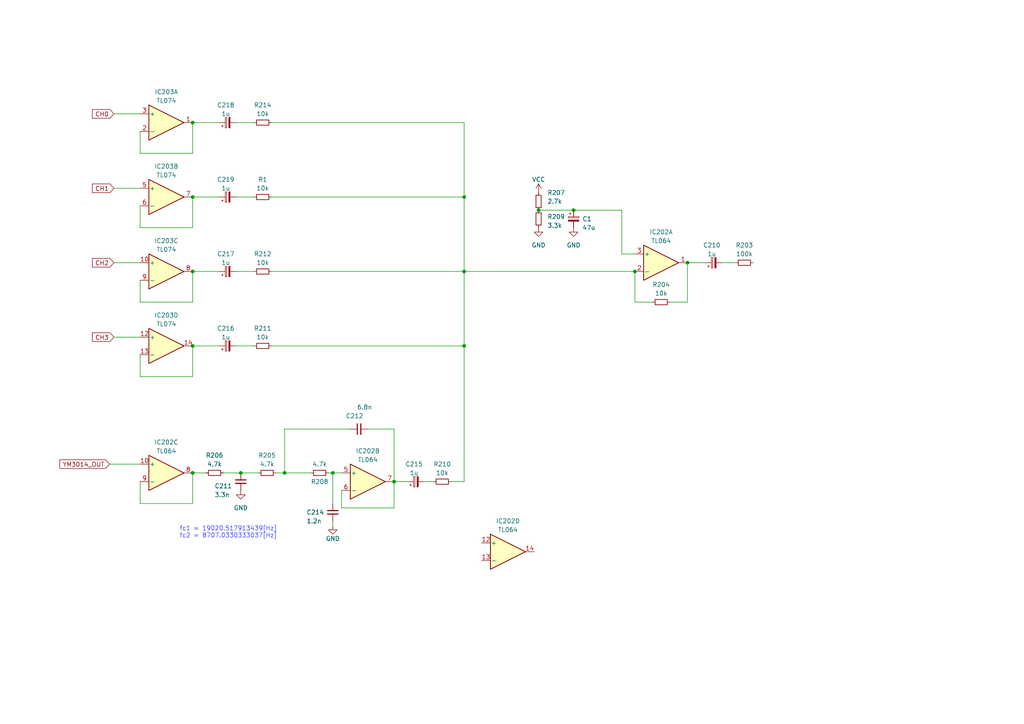
<source format=kicad_sch>
(kicad_sch (version 20230121) (generator eeschema)
  (paper "A4")
  (lib_symbols
    (symbol "Amplifier_Operational:TL064" (pin_names (offset 0.127))
      (property "Reference" "U" (at 0 5.08 0))
      (property "Value" "TL064" (at 0 -5.08 0))
      (symbol "TL064_1_1"
        (polyline (pts (xy -5.08 5.08) (xy 5.08 0) (xy -5.08 -5.08) (xy -5.08 5.08)) (stroke (width 0.254)) (fill (type background)))
        (pin output line (at 7.62 0 180) (length 2.54) (name "~") (number "1"))
        (pin input line (at -7.62 -2.54 0) (length 2.54) (name "-") (number "2"))
        (pin input line (at -7.62 2.54 0) (length 2.54) (name "+") (number "3"))
      )
      (symbol "TL064_2_1"
        (polyline (pts (xy -5.08 5.08) (xy 5.08 0) (xy -5.08 -5.08) (xy -5.08 5.08)) (stroke (width 0.254)) (fill (type background)))
        (pin input line (at -7.62 2.54 0) (length 2.54) (name "+") (number "5"))
        (pin input line (at -7.62 -2.54 0) (length 2.54) (name "-") (number "6"))
        (pin output line (at 7.62 0 180) (length 2.54) (name "~") (number "7"))
      )
      (symbol "TL064_3_1"
        (polyline (pts (xy -5.08 5.08) (xy 5.08 0) (xy -5.08 -5.08) (xy -5.08 5.08)) (stroke (width 0.254)) (fill (type background)))
        (pin input line (at -7.62 2.54 0) (length 2.54) (name "+") (number "10"))
        (pin output line (at 7.62 0 180) (length 2.54) (name "~") (number "8"))
        (pin input line (at -7.62 -2.54 0) (length 2.54) (name "-") (number "9"))
      )
      (symbol "TL064_4_1"
        (polyline (pts (xy -5.08 5.08) (xy 5.08 0) (xy -5.08 -5.08) (xy -5.08 5.08)) (stroke (width 0.254)) (fill (type background)))
        (pin input line (at -7.62 2.54 0) (length 2.54) (name "+") (number "12"))
        (pin input line (at -7.62 -2.54 0) (length 2.54) (name "-") (number "13"))
        (pin output line (at 7.62 0 180) (length 2.54) (name "~") (number "14"))
      )
      (symbol "TL064_5_1"
        (pin power_in line (at -2.54 -7.62 90) (length 3.81) (name "V-") (number "11"))
        (pin power_in line (at -2.54 7.62 270) (length 3.81) (name "V+") (number "4"))
      )
    )
    (symbol "Amplifier_Operational:TL074" (pin_names (offset 0.127))
      (property "Reference" "U" (at 0 5.08 0))
      (property "Value" "TL074" (at 0 -5.08 0))
      (symbol "TL074_1_1"
        (polyline (pts (xy -5.08 5.08) (xy 5.08 0) (xy -5.08 -5.08) (xy -5.08 5.08)) (stroke (width 0.254)) (fill (type background)))
        (pin output line (at 7.62 0 180) (length 2.54) (name "~") (number "1"))
        (pin input line (at -7.62 -2.54 0) (length 2.54) (name "-") (number "2"))
        (pin input line (at -7.62 2.54 0) (length 2.54) (name "+") (number "3"))
      )
      (symbol "TL074_2_1"
        (polyline (pts (xy -5.08 5.08) (xy 5.08 0) (xy -5.08 -5.08) (xy -5.08 5.08)) (stroke (width 0.254)) (fill (type background)))
        (pin input line (at -7.62 2.54 0) (length 2.54) (name "+") (number "5"))
        (pin input line (at -7.62 -2.54 0) (length 2.54) (name "-") (number "6"))
        (pin output line (at 7.62 0 180) (length 2.54) (name "~") (number "7"))
      )
      (symbol "TL074_3_1"
        (polyline (pts (xy -5.08 5.08) (xy 5.08 0) (xy -5.08 -5.08) (xy -5.08 5.08)) (stroke (width 0.254)) (fill (type background)))
        (pin input line (at -7.62 2.54 0) (length 2.54) (name "+") (number "10"))
        (pin output line (at 7.62 0 180) (length 2.54) (name "~") (number "8"))
        (pin input line (at -7.62 -2.54 0) (length 2.54) (name "-") (number "9"))
      )
      (symbol "TL074_4_1"
        (polyline (pts (xy -5.08 5.08) (xy 5.08 0) (xy -5.08 -5.08) (xy -5.08 5.08)) (stroke (width 0.254)) (fill (type background)))
        (pin input line (at -7.62 2.54 0) (length 2.54) (name "+") (number "12"))
        (pin input line (at -7.62 -2.54 0) (length 2.54) (name "-") (number "13"))
        (pin output line (at 7.62 0 180) (length 2.54) (name "~") (number "14"))
      )
      (symbol "TL074_5_1"
        (pin power_in line (at -2.54 -7.62 90) (length 3.81) (name "V-") (number "11"))
        (pin power_in line (at -2.54 7.62 270) (length 3.81) (name "V+") (number "4"))
      )
    )
    (symbol "Device:C_Polarized_Small" (pin_numbers hide) (pin_names (offset 0.254) hide)
      (property "Reference" "C" (at 0.254 1.778 0))
      (property "Value" "C_Polarized_Small" (at 0.254 -2.032 0))
      (symbol "C_Polarized_Small_0_1"
        (rectangle (start -1.524 -0.3048) (end 1.524 -0.6858) (fill (type outline)))
        (rectangle (start -1.524 0.6858) (end 1.524 0.3048))
        (polyline (pts (xy -1.27 1.524) (xy -0.762 1.524)))
        (polyline (pts (xy -1.016 1.27) (xy -1.016 1.778)))
      )
      (symbol "C_Polarized_Small_1_1"
        (pin passive line (at 0 2.54 270) (length 1.8542) (name "~") (number "1"))
        (pin passive line (at 0 -2.54 90) (length 1.8542) (name "~") (number "2"))
      )
    )
    (symbol "Device:C_Small" (pin_numbers hide) (pin_names (offset 0.254) hide)
      (property "Reference" "C" (at 0.254 1.778 0))
      (property "Value" "C_Small" (at 0.254 -2.032 0))
      (symbol "C_Small_0_1"
        (polyline (pts (xy -1.524 -0.508) (xy 1.524 -0.508)) (stroke (width 0.3302)))
        (polyline (pts (xy -1.524 0.508) (xy 1.524 0.508)) (stroke (width 0.3048)))
      )
      (symbol "C_Small_1_1"
        (pin passive line (at 0 2.54 270) (length 2.032) (name "~") (number "1"))
        (pin passive line (at 0 -2.54 90) (length 2.032) (name "~") (number "2"))
      )
    )
    (symbol "Device:R_Small" (pin_numbers hide) (pin_names (offset 0.254) hide)
      (property "Reference" "R" (at 0.762 0.508 0))
      (property "Value" "R_Small" (at 0.762 -1.016 0))
      (symbol "R_Small_0_1"
        (rectangle (start -0.762 1.778) (end 0.762 -1.778) (stroke (width 0.2032)))
      )
      (symbol "R_Small_1_1"
        (pin passive line (at 0 2.54 270) (length 0.762) (name "~") (number "1"))
        (pin passive line (at 0 -2.54 90) (length 0.762) (name "~") (number "2"))
      )
    )
    (symbol "power:GND" (power) (pin_names (offset 0))
      (property "Value" "GND" (at 0 -3.81 0))
      (symbol "GND_0_1"
        (polyline (pts (xy 0 0) (xy 0 -1.27) (xy 1.27 -1.27) (xy 0 -2.54) (xy -1.27 -1.27) (xy 0 -1.27)))
      )
      (symbol "GND_1_1"
        (pin power_in line (at 0 0 270) (length 0) hide (name "GND") (number "1"))
      )
    )
    (symbol "power:VCC" (power) (pin_names (offset 0))
      (property "Value" "VCC" (at 0 3.81 0))
      (symbol "VCC_0_1"
        (polyline (pts (xy -0.762 1.27) (xy 0 2.54)))
        (polyline (pts (xy 0 0) (xy 0 2.54)))
        (polyline (pts (xy 0 2.54) (xy 0.762 1.27)))
      )
      (symbol "VCC_1_1"
        (pin power_in line (at 0 0 90) (length 0) hide (name "VCC") (number "1"))
      )
    )
  )
  (junction (at 69.85 137.16))
  (junction (at 55.88 100.33))
  (junction (at 199.39 76.2))
  (junction (at 134.62 78.74))
  (junction (at 96.52 137.16))
  (junction (at 166.37 60.96))
  (junction (at 184.15 78.74))
  (junction (at 55.88 137.16))
  (junction (at 114.3 139.7))
  (junction (at 82.55 137.16))
  (junction (at 55.88 35.56))
  (junction (at 55.88 78.74))
  (junction (at 55.88 57.15))
  (junction (at 134.62 57.15))
  (junction (at 156.21 60.96))
  (junction (at 134.62 100.33))
  (wire (pts (xy 55.88 137.16) (xy 59.69 137.16)))
  (wire (pts (xy 78.74 57.15) (xy 134.62 57.15)))
  (wire (pts (xy 68.58 35.56) (xy 73.66 35.56)))
  (wire (pts (xy 40.64 102.87) (xy 40.64 109.22)))
  (wire (pts (xy 134.62 139.7) (xy 134.62 100.33)))
  (wire (pts (xy 184.15 87.63) (xy 189.23 87.63)))
  (wire (pts (xy 199.39 76.2) (xy 199.39 87.63)))
  (wire (pts (xy 55.88 78.74) (xy 63.5 78.74)))
  (wire (pts (xy 134.62 57.15) (xy 134.62 35.56)))
  (wire (pts (xy 166.37 60.96) (xy 180.34 60.96)))
  (wire (pts (xy 40.64 59.69) (xy 40.64 66.04)))
  (wire (pts (xy 68.58 100.33) (xy 73.66 100.33)))
  (wire (pts (xy 40.64 38.1) (xy 40.64 44.45)))
  (wire (pts (xy 134.62 78.74) (xy 184.15 78.74)))
  (wire (pts (xy 114.3 139.7) (xy 114.3 147.32)))
  (wire (pts (xy 82.55 124.46) (xy 101.6 124.46)))
  (wire (pts (xy 134.62 78.74) (xy 134.62 57.15)))
  (wire (pts (xy 99.06 147.32) (xy 114.3 147.32)))
  (wire (pts (xy 106.68 124.46) (xy 114.3 124.46)))
  (wire (pts (xy 134.62 35.56) (xy 78.74 35.56)))
  (wire (pts (xy 90.17 137.16) (xy 82.55 137.16)))
  (wire (pts (xy 33.02 33.02) (xy 40.64 33.02)))
  (wire (pts (xy 78.74 100.33) (xy 134.62 100.33)))
  (wire (pts (xy 40.64 81.28) (xy 40.64 87.63)))
  (wire (pts (xy 64.77 137.16) (xy 69.85 137.16)))
  (wire (pts (xy 40.64 66.04) (xy 55.88 66.04)))
  (wire (pts (xy 80.01 137.16) (xy 82.55 137.16)))
  (wire (pts (xy 180.34 73.66) (xy 184.15 73.66)))
  (wire (pts (xy 40.64 87.63) (xy 55.88 87.63)))
  (wire (pts (xy 33.02 97.79) (xy 40.64 97.79)))
  (wire (pts (xy 40.64 139.7) (xy 40.64 146.05)))
  (wire (pts (xy 156.21 60.96) (xy 166.37 60.96)))
  (wire (pts (xy 123.19 139.7) (xy 125.73 139.7)))
  (wire (pts (xy 180.34 60.96) (xy 180.34 73.66)))
  (wire (pts (xy 99.06 142.24) (xy 99.06 147.32)))
  (wire (pts (xy 68.58 78.74) (xy 73.66 78.74)))
  (wire (pts (xy 40.64 44.45) (xy 55.88 44.45)))
  (wire (pts (xy 96.52 137.16) (xy 96.52 146.05)))
  (wire (pts (xy 199.39 76.2) (xy 204.47 76.2)))
  (wire (pts (xy 55.88 100.33) (xy 55.88 109.22)))
  (wire (pts (xy 96.52 152.4) (xy 96.52 151.13)))
  (wire (pts (xy 82.55 137.16) (xy 82.55 124.46)))
  (wire (pts (xy 194.31 87.63) (xy 199.39 87.63)))
  (wire (pts (xy 55.88 35.56) (xy 63.5 35.56)))
  (wire (pts (xy 55.88 137.16) (xy 55.88 146.05)))
  (wire (pts (xy 33.02 76.2) (xy 40.64 76.2)))
  (wire (pts (xy 184.15 78.74) (xy 184.15 87.63)))
  (wire (pts (xy 40.64 146.05) (xy 55.88 146.05)))
  (wire (pts (xy 31.75 134.62) (xy 40.64 134.62)))
  (wire (pts (xy 114.3 139.7) (xy 118.11 139.7)))
  (wire (pts (xy 69.85 137.16) (xy 74.93 137.16)))
  (wire (pts (xy 55.88 44.45) (xy 55.88 35.56)))
  (wire (pts (xy 33.02 54.61) (xy 40.64 54.61)))
  (wire (pts (xy 55.88 57.15) (xy 55.88 66.04)))
  (wire (pts (xy 55.88 100.33) (xy 63.5 100.33)))
  (wire (pts (xy 209.55 76.2) (xy 213.36 76.2)))
  (wire (pts (xy 95.25 137.16) (xy 96.52 137.16)))
  (wire (pts (xy 134.62 100.33) (xy 134.62 78.74)))
  (wire (pts (xy 130.81 139.7) (xy 134.62 139.7)))
  (wire (pts (xy 114.3 124.46) (xy 114.3 139.7)))
  (wire (pts (xy 40.64 109.22) (xy 55.88 109.22)))
  (wire (pts (xy 68.58 57.15) (xy 73.66 57.15)))
  (wire (pts (xy 55.88 57.15) (xy 63.5 57.15)))
  (wire (pts (xy 96.52 137.16) (xy 99.06 137.16)))
  (wire (pts (xy 55.88 78.74) (xy 55.88 87.63)))
  (wire (pts (xy 78.74 78.74) (xy 134.62 78.74)))
  (text "fc1 = 19020.517913439[Hz]\nfc2 = 8707.0330333037[Hz]" (at 52.07 156.21 0) (effects (font (size 1.27 1.27)) (justify left bottom)))
  (global_label "CH2" (shape input) (at 33.02 76.2 180) (property "Intersheetrefs" "${INTERSHEET_REFS}" (effects hide)))
  (global_label "YM3014_OUT" (shape input) (at 31.75 134.62 180) (property "Intersheetrefs" "${INTERSHEET_REFS}" (effects hide)))
  (global_label "CH1" (shape input) (at 33.02 54.61 180) (property "Intersheetrefs" "${INTERSHEET_REFS}" (effects hide)))
  (global_label "CH3" (shape input) (at 33.02 97.79 180) (property "Intersheetrefs" "${INTERSHEET_REFS}" (effects hide)))
  (global_label "CH0" (shape input) (at 33.02 33.02 180) (property "Intersheetrefs" "${INTERSHEET_REFS}" (effects hide)))
  (symbol (lib_id "Device:R_Small") (at 92.71 137.16 90) (mirror x) (unit 1)
    (property "Reference" "R208" (at 92.71 139.7 90))
    (property "Value" "4.7k" (at 92.71 134.62 90))
  )
  (symbol (lib_id "Device:R_Small") (at 62.23 137.16 90) (unit 1)
    (property "Reference" "R206" (at 62.23 132.08 90))
    (property "Value" "4.7k" (at 62.23 134.62 90))
  )
  (symbol (lib_id "Device:C_Small") (at 104.14 124.46 90) (mirror x) (unit 1)
    (property "Reference" "C212" (at 105.41 120.65 90) (effects (justify left)))
    (property "Value" "6.8n" (at 107.95 118.11 90) (effects (justify left)))
  )
  (symbol (lib_id "Amplifier_Operational:TL064") (at 191.77 76.2 0) (unit 1)
    (property "Reference" "IC202" (at 191.77 67.31 0))
    (property "Value" "TL064" (at 191.77 69.85 0))
    (property "Datasheet" "http://www.ti.com/lit/ds/symlink/tl061.pdf" (effects hide))
  )
  (symbol (lib_id "Amplifier_Operational:TL074") (at 48.26 100.33 0) (unit 4)
    (property "Reference" "IC203" (at 48.26 91.44 0))
    (property "Value" "TL074" (at 48.26 93.98 0))
    (property "Datasheet" "http://www.ti.com/lit/ds/symlink/tl071.pdf" (effects hide))
  )
  (symbol (lib_id "Device:C_Polarized_Small") (at 66.04 35.56 90) (unit 1)
    (property "Reference" "C218" (at 65.4939 30.48 90))
    (property "Value" "1u" (at 65.4939 33.02 90))
  )
  (symbol (lib_id "Device:R_Small") (at 76.2 57.15 90) (unit 1)
    (property "Reference" "R1" (at 76.2 52.07 90))
    (property "Value" "10k" (at 76.2 54.61 90))
  )
  (symbol (lib_id "Device:C_Polarized_Small") (at 166.37 63.5 0) (unit 1)
    (property "Reference" "C1" (at 168.91 63.5 0) (effects (justify left)))
    (property "Value" "47u" (at 168.91 66.04 0) (effects (justify left)))
  )
  (symbol (lib_id "Device:R_Small") (at 76.2 35.56 90) (unit 1)
    (property "Reference" "R214" (at 76.2 30.48 90))
    (property "Value" "10k" (at 76.2 33.02 90))
  )
  (symbol (lib_id "Amplifier_Operational:TL074") (at 48.26 57.15 0) (unit 2)
    (property "Reference" "IC203" (at 48.26 48.26 0))
    (property "Value" "TL074" (at 48.26 50.8 0))
    (property "Datasheet" "http://www.ti.com/lit/ds/symlink/tl071.pdf" (effects hide))
  )
  (symbol (lib_id "Amplifier_Operational:TL074") (at 48.26 78.74 0) (unit 3)
    (property "Reference" "IC203" (at 48.26 69.85 0))
    (property "Value" "TL074" (at 48.26 72.39 0))
    (property "Datasheet" "http://www.ti.com/lit/ds/symlink/tl071.pdf" (effects hide))
  )
  (symbol (lib_id "power:GND") (at 96.52 152.4 0) (mirror y) (unit 1)
    (property "Reference" "#PWR02" (effects hide))
    (property "Value" "GND" (at 96.52 156.21 0))
  )
  (symbol (lib_id "Device:R_Small") (at 76.2 100.33 90) (unit 1)
    (property "Reference" "R211" (at 76.2 95.25 90))
    (property "Value" "10k" (at 76.2 97.79 90))
  )
  (symbol (lib_id "Device:R_Small") (at 156.21 58.42 0) (unit 1)
    (property "Reference" "R207" (at 158.75 55.88 0) (effects (justify left)))
    (property "Value" "2.7k" (at 158.75 58.42 0) (effects (justify left)))
  )
  (symbol (lib_id "power:GND") (at 166.37 66.04 0) (unit 1)
    (property "Reference" "#PWR03" (effects hide))
    (property "Value" "GND" (at 166.37 71.12 0))
  )
  (symbol (lib_id "power:VCC") (at 156.21 55.88 0) (unit 1)
    (property "Reference" "#PWR05" (effects hide))
    (property "Value" "VCC" (at 156.21 52.07 0))
  )
  (symbol (lib_id "Device:C_Small") (at 96.52 148.59 0) (mirror x) (unit 1)
    (property "Reference" "C214" (at 88.9 148.59 0) (effects (justify left)))
    (property "Value" "1.2n" (at 88.9 151.13 0) (effects (justify left)))
  )
  (symbol (lib_id "Device:R_Small") (at 156.21 63.5 180) (unit 1)
    (property "Reference" "R209" (at 158.75 62.865 0) (effects (justify right)))
    (property "Value" "3.3k" (at 158.75 65.405 0) (effects (justify right)))
  )
  (symbol (lib_id "Device:R_Small") (at 191.77 87.63 90) (unit 1)
    (property "Reference" "R204" (at 191.77 82.55 90))
    (property "Value" "10k" (at 191.77 85.09 90))
  )
  (symbol (lib_id "Device:C_Polarized_Small") (at 66.04 100.33 90) (unit 1)
    (property "Reference" "C216" (at 65.4939 95.25 90))
    (property "Value" "1u" (at 65.4939 97.79 90))
  )
  (symbol (lib_id "Device:C_Polarized_Small") (at 66.04 57.15 90) (unit 1)
    (property "Reference" "C219" (at 65.4939 52.07 90))
    (property "Value" "1u" (at 65.4939 54.61 90))
  )
  (symbol (lib_id "Amplifier_Operational:TL074") (at 48.26 35.56 0) (unit 1)
    (property "Reference" "IC203" (at 48.26 26.67 0))
    (property "Value" "TL074" (at 48.26 29.21 0))
    (property "Datasheet" "http://www.ti.com/lit/ds/symlink/tl071.pdf" (effects hide))
  )
  (symbol (lib_id "Device:R_Small") (at 215.9 76.2 90) (unit 1)
    (property "Reference" "R203" (at 215.9 71.12 90))
    (property "Value" "100k" (at 215.9 73.66 90))
  )
  (symbol (lib_id "Amplifier_Operational:TL064") (at 48.26 137.16 0) (unit 3)
    (property "Reference" "IC202" (at 48.26 128.27 0))
    (property "Value" "TL064" (at 48.26 130.81 0))
    (property "Datasheet" "http://www.ti.com/lit/ds/symlink/tl061.pdf" (effects hide))
  )
  (symbol (lib_id "Amplifier_Operational:TL064") (at 106.68 139.7 0) (unit 2)
    (property "Reference" "IC202" (at 106.68 130.81 0))
    (property "Value" "TL064" (at 106.68 133.35 0))
    (property "Datasheet" "http://www.ti.com/lit/ds/symlink/tl061.pdf" (effects hide))
  )
  (symbol (lib_id "Amplifier_Operational:TL064") (at 147.32 160.02 0) (unit 4)
    (property "Reference" "IC202" (at 147.32 151.13 0))
    (property "Value" "TL064" (at 147.32 153.67 0))
    (property "Datasheet" "http://www.ti.com/lit/ds/symlink/tl061.pdf" (effects hide))
  )
  (symbol (lib_id "Device:C_Small") (at 69.85 139.7 0) (unit 1)
    (property "Reference" "C211" (at 62.23 140.97 0) (effects (justify left)))
    (property "Value" "3.3n" (at 62.23 143.51 0) (effects (justify left)))
  )
  (symbol (lib_id "Device:C_Polarized_Small") (at 120.65 139.7 90) (unit 1)
    (property "Reference" "C215" (at 120.1039 134.62 90))
    (property "Value" "1u" (at 120.1039 137.16 90))
  )
  (symbol (lib_id "power:GND") (at 69.85 142.24 0) (unit 1)
    (property "Reference" "#PWR01" (effects hide))
    (property "Value" "GND" (at 69.85 147.32 0))
  )
  (symbol (lib_id "Device:R_Small") (at 76.2 78.74 90) (unit 1)
    (property "Reference" "R212" (at 76.2 73.66 90))
    (property "Value" "10k" (at 76.2 76.2 90))
  )
  (symbol (lib_id "Device:R_Small") (at 128.27 139.7 90) (unit 1)
    (property "Reference" "R210" (at 128.27 134.62 90))
    (property "Value" "10k" (at 128.27 137.16 90))
  )
  (symbol (lib_id "Device:C_Polarized_Small") (at 66.04 78.74 90) (unit 1)
    (property "Reference" "C217" (at 65.4939 73.66 90))
    (property "Value" "1u" (at 65.4939 76.2 90))
  )
  (symbol (lib_id "power:GND") (at 156.21 66.04 0) (unit 1)
    (property "Reference" "#PWR04" (effects hide))
    (property "Value" "GND" (at 156.21 71.12 0))
  )
  (symbol (lib_id "Device:R_Small") (at 77.47 137.16 90) (unit 1)
    (property "Reference" "R205" (at 77.47 132.08 90))
    (property "Value" "4.7k" (at 77.47 134.62 90))
  )
  (symbol (lib_id "Device:C_Polarized_Small") (at 207.01 76.2 90) (unit 1)
    (property "Reference" "C210" (at 206.4639 71.12 90))
    (property "Value" "1u" (at 206.4639 73.66 90))
  )
)
</source>
